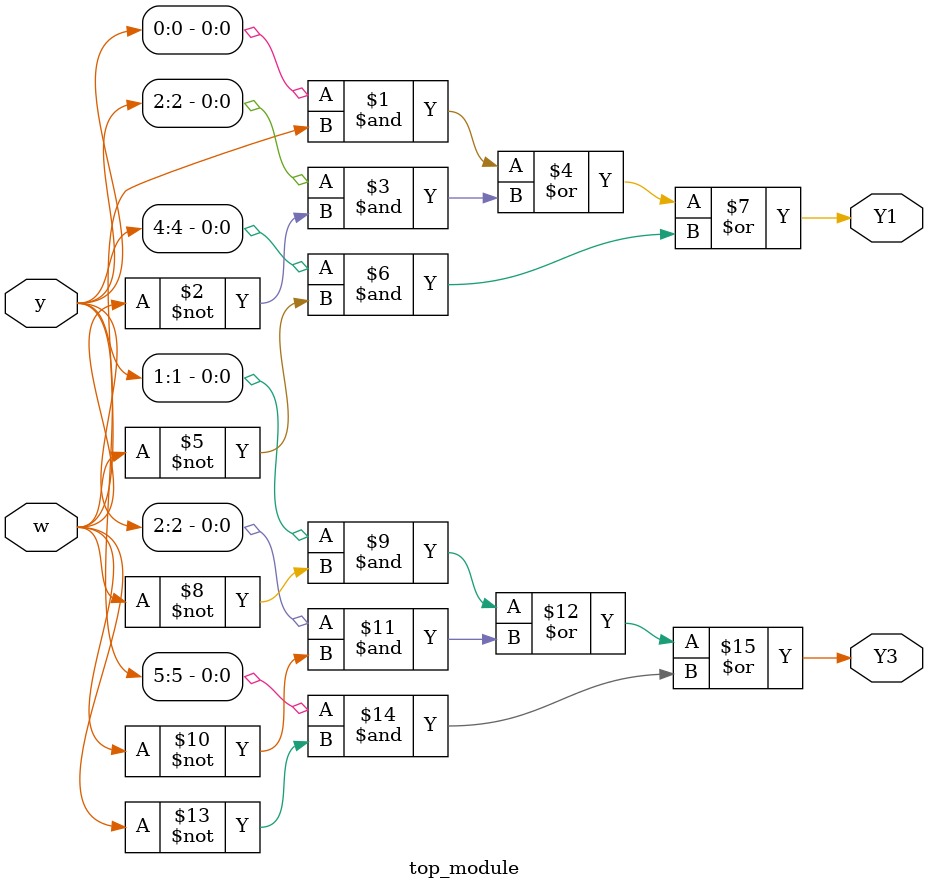
<source format=sv>
module top_module (
    input [5:0] y,
    input w,
    output Y1,
    output Y3
);

    // Signal Y1 (input of state flip-flop y[1])
    assign Y1 = (y[0] & w) |               // From state A to state B
                (y[2] & ~w) |              // From state C to state D
                (y[4] & ~w);               // From state E to state D

    // Signal Y3 (input of state flip-flop y[3])
    assign Y3 = (y[1] & ~w) |              // From state B to state D
                (y[2] & ~w) |              // From state C to state D
                (y[5] & ~w);               // From state F to state D

endmodule

</source>
